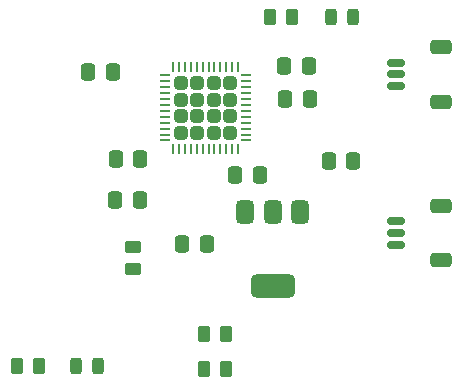
<source format=gbr>
%TF.GenerationSoftware,KiCad,Pcbnew,8.0.5*%
%TF.CreationDate,2025-10-28T17:55:05-05:00*%
%TF.ProjectId,Microcontroller,4d696372-6f63-46f6-9e74-726f6c6c6572,rev?*%
%TF.SameCoordinates,Original*%
%TF.FileFunction,Paste,Top*%
%TF.FilePolarity,Positive*%
%FSLAX46Y46*%
G04 Gerber Fmt 4.6, Leading zero omitted, Abs format (unit mm)*
G04 Created by KiCad (PCBNEW 8.0.5) date 2025-10-28 17:55:05*
%MOMM*%
%LPD*%
G01*
G04 APERTURE LIST*
G04 Aperture macros list*
%AMRoundRect*
0 Rectangle with rounded corners*
0 $1 Rounding radius*
0 $2 $3 $4 $5 $6 $7 $8 $9 X,Y pos of 4 corners*
0 Add a 4 corners polygon primitive as box body*
4,1,4,$2,$3,$4,$5,$6,$7,$8,$9,$2,$3,0*
0 Add four circle primitives for the rounded corners*
1,1,$1+$1,$2,$3*
1,1,$1+$1,$4,$5*
1,1,$1+$1,$6,$7*
1,1,$1+$1,$8,$9*
0 Add four rect primitives between the rounded corners*
20,1,$1+$1,$2,$3,$4,$5,0*
20,1,$1+$1,$4,$5,$6,$7,0*
20,1,$1+$1,$6,$7,$8,$9,0*
20,1,$1+$1,$8,$9,$2,$3,0*%
G04 Aperture macros list end*
%ADD10RoundRect,0.250000X0.262500X0.450000X-0.262500X0.450000X-0.262500X-0.450000X0.262500X-0.450000X0*%
%ADD11RoundRect,0.250000X-0.337500X-0.475000X0.337500X-0.475000X0.337500X0.475000X-0.337500X0.475000X0*%
%ADD12RoundRect,0.243750X0.243750X0.456250X-0.243750X0.456250X-0.243750X-0.456250X0.243750X-0.456250X0*%
%ADD13RoundRect,0.150000X0.625000X-0.150000X0.625000X0.150000X-0.625000X0.150000X-0.625000X-0.150000X0*%
%ADD14RoundRect,0.250000X0.650000X-0.350000X0.650000X0.350000X-0.650000X0.350000X-0.650000X-0.350000X0*%
%ADD15RoundRect,0.375000X-0.375000X0.625000X-0.375000X-0.625000X0.375000X-0.625000X0.375000X0.625000X0*%
%ADD16RoundRect,0.500000X-1.400000X0.500000X-1.400000X-0.500000X1.400000X-0.500000X1.400000X0.500000X0*%
%ADD17RoundRect,0.250000X-0.262500X-0.450000X0.262500X-0.450000X0.262500X0.450000X-0.262500X0.450000X0*%
%ADD18RoundRect,0.250000X0.315000X-0.315000X0.315000X0.315000X-0.315000X0.315000X-0.315000X-0.315000X0*%
%ADD19RoundRect,0.062500X0.062500X-0.375000X0.062500X0.375000X-0.062500X0.375000X-0.062500X-0.375000X0*%
%ADD20RoundRect,0.062500X0.375000X-0.062500X0.375000X0.062500X-0.375000X0.062500X-0.375000X-0.062500X0*%
%ADD21RoundRect,0.250000X-0.450000X0.262500X-0.450000X-0.262500X0.450000X-0.262500X0.450000X0.262500X0*%
G04 APERTURE END LIST*
D10*
%TO.C,R5*%
X98535000Y-134120000D03*
X96710000Y-134120000D03*
%TD*%
%TO.C,5.1*%
X98535000Y-137070000D03*
X96710000Y-137070000D03*
%TD*%
D11*
%TO.C,C6*%
X105637500Y-114230000D03*
X103562500Y-114230000D03*
%TD*%
%TO.C,C4*%
X91277500Y-119300000D03*
X89202500Y-119300000D03*
%TD*%
%TO.C,C7*%
X94845000Y-126510000D03*
X96920000Y-126510000D03*
%TD*%
D12*
%TO.C,D2*%
X109320000Y-107300000D03*
X107445000Y-107300000D03*
%TD*%
D13*
%TO.C,J3*%
X112920000Y-113170000D03*
X112920000Y-112170000D03*
X112920000Y-111170000D03*
D14*
X116795000Y-114470000D03*
X116795000Y-109870000D03*
%TD*%
D11*
%TO.C,C1*%
X99325000Y-120720000D03*
X101400000Y-120720000D03*
%TD*%
D15*
%TO.C,PWRregu1*%
X104790000Y-123810000D03*
X102490000Y-123810000D03*
D16*
X102490000Y-130110000D03*
D15*
X100190000Y-123810000D03*
%TD*%
D17*
%TO.C,R2*%
X102285000Y-107300000D03*
X104110000Y-107300000D03*
%TD*%
D18*
%TO.C,U3*%
X94720000Y-117107500D03*
X96120000Y-117107500D03*
X97520000Y-117107500D03*
X98920000Y-117107500D03*
X94720000Y-115707500D03*
X96120000Y-115707500D03*
X97520000Y-115707500D03*
X98920000Y-115707500D03*
X94720000Y-114307500D03*
X96120000Y-114307500D03*
X97520000Y-114307500D03*
X98920000Y-114307500D03*
X94720000Y-112907500D03*
X96120000Y-112907500D03*
X97520000Y-112907500D03*
X98920000Y-112907500D03*
D19*
X94070000Y-118445000D03*
X94570000Y-118445000D03*
X95070000Y-118445000D03*
X95570000Y-118445000D03*
X96070000Y-118445000D03*
X96570000Y-118445000D03*
X97070000Y-118445000D03*
X97570000Y-118445000D03*
X98070000Y-118445000D03*
X98570000Y-118445000D03*
X99070000Y-118445000D03*
X99570000Y-118445000D03*
D20*
X100257500Y-117757500D03*
X100257500Y-117257500D03*
X100257500Y-116757500D03*
X100257500Y-116257500D03*
X100257500Y-115757500D03*
X100257500Y-115257500D03*
X100257500Y-114757500D03*
X100257500Y-114257500D03*
X100257500Y-113757500D03*
X100257500Y-113257500D03*
X100257500Y-112757500D03*
X100257500Y-112257500D03*
D19*
X99570000Y-111570000D03*
X99070000Y-111570000D03*
X98570000Y-111570000D03*
X98070000Y-111570000D03*
X97570000Y-111570000D03*
X97070000Y-111570000D03*
X96570000Y-111570000D03*
X96070000Y-111570000D03*
X95570000Y-111570000D03*
X95070000Y-111570000D03*
X94570000Y-111570000D03*
X94070000Y-111570000D03*
D20*
X93382500Y-112257500D03*
X93382500Y-112757500D03*
X93382500Y-113257500D03*
X93382500Y-113757500D03*
X93382500Y-114257500D03*
X93382500Y-114757500D03*
X93382500Y-115257500D03*
X93382500Y-115757500D03*
X93382500Y-116257500D03*
X93382500Y-116757500D03*
X93382500Y-117257500D03*
X93382500Y-117757500D03*
%TD*%
D17*
%TO.C,R1*%
X80862500Y-136890000D03*
X82687500Y-136890000D03*
%TD*%
D11*
%TO.C,C5*%
X105550000Y-111440000D03*
X103475000Y-111440000D03*
%TD*%
D13*
%TO.C,J2*%
X112920000Y-126600000D03*
X112920000Y-125600000D03*
X112920000Y-124600000D03*
D14*
X116795000Y-127900000D03*
X116795000Y-123300000D03*
%TD*%
D11*
%TO.C,C2*%
X86890000Y-111940000D03*
X88965000Y-111940000D03*
%TD*%
%TO.C,C8*%
X107235000Y-119530000D03*
X109310000Y-119530000D03*
%TD*%
%TO.C,C3*%
X91267500Y-122810000D03*
X89192500Y-122810000D03*
%TD*%
D21*
%TO.C,R3*%
X90710000Y-126815000D03*
X90710000Y-128640000D03*
%TD*%
D12*
%TO.C,D1*%
X87697500Y-136890000D03*
X85822500Y-136890000D03*
%TD*%
M02*

</source>
